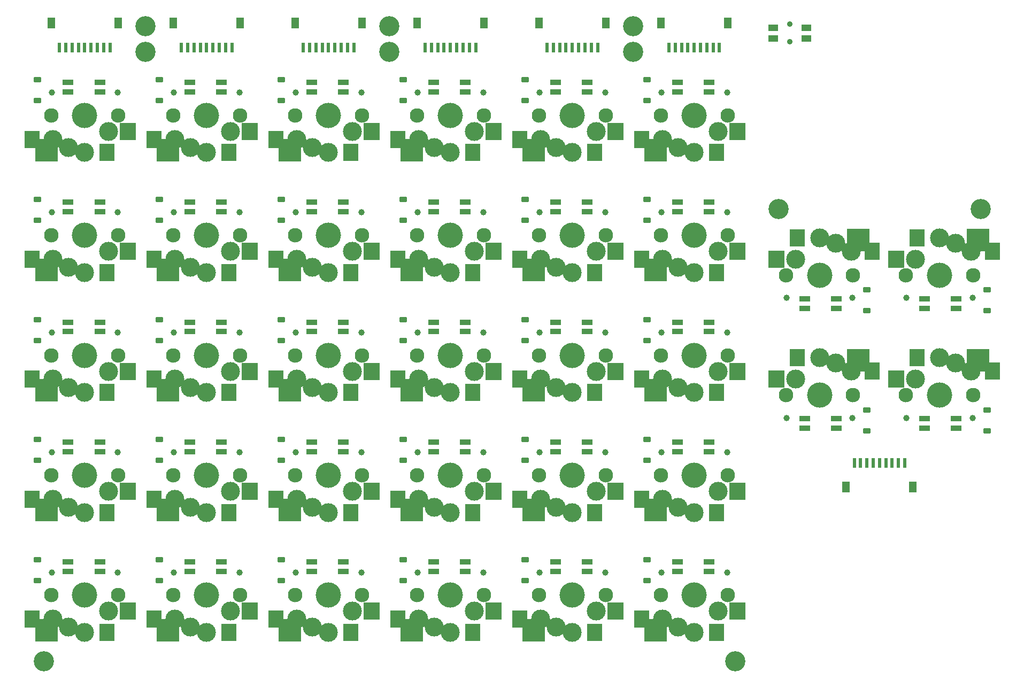
<source format=gbs>
G04 #@! TF.GenerationSoftware,KiCad,Pcbnew,7.0.8*
G04 #@! TF.CreationDate,2023-11-08T21:38:18-08:00*
G04 #@! TF.ProjectId,(OLD) Seismos_CoreStencil,284f4c44-2920-4536-9569-736d6f735f43,rev?*
G04 #@! TF.SameCoordinates,Original*
G04 #@! TF.FileFunction,Soldermask,Bot*
G04 #@! TF.FilePolarity,Negative*
%FSLAX46Y46*%
G04 Gerber Fmt 4.6, Leading zero omitted, Abs format (unit mm)*
G04 Created by KiCad (PCBNEW 7.0.8) date 2023-11-08 21:38:18*
%MOMM*%
%LPD*%
G01*
G04 APERTURE LIST*
G04 Aperture macros list*
%AMRoundRect*
0 Rectangle with rounded corners*
0 $1 Rounding radius*
0 $2 $3 $4 $5 $6 $7 $8 $9 X,Y pos of 4 corners*
0 Add a 4 corners polygon primitive as box body*
4,1,4,$2,$3,$4,$5,$6,$7,$8,$9,$2,$3,0*
0 Add four circle primitives for the rounded corners*
1,1,$1+$1,$2,$3*
1,1,$1+$1,$4,$5*
1,1,$1+$1,$6,$7*
1,1,$1+$1,$8,$9*
0 Add four rect primitives between the rounded corners*
20,1,$1+$1,$2,$3,$4,$5,0*
20,1,$1+$1,$4,$5,$6,$7,0*
20,1,$1+$1,$6,$7,$8,$9,0*
20,1,$1+$1,$8,$9,$2,$3,0*%
G04 Aperture macros list end*
%ADD10R,0.600000X1.550000*%
%ADD11R,1.200000X1.800000*%
%ADD12C,3.200000*%
%ADD13RoundRect,0.225000X-0.375000X0.225000X-0.375000X-0.225000X0.375000X-0.225000X0.375000X0.225000X0*%
%ADD14C,2.300000*%
%ADD15C,1.000000*%
%ADD16C,3.000000*%
%ADD17C,4.000000*%
%ADD18R,1.750000X0.812800*%
%ADD19RoundRect,0.063500X1.150000X1.300000X-1.150000X1.300000X-1.150000X-1.300000X1.150000X-1.300000X0*%
%ADD20RoundRect,0.063500X1.750000X1.750000X-1.750000X1.750000X-1.750000X-1.750000X1.750000X-1.750000X0*%
%ADD21RoundRect,0.063500X1.200000X1.300000X-1.200000X1.300000X-1.200000X-1.300000X1.200000X-1.300000X0*%
%ADD22RoundRect,0.225000X0.375000X-0.225000X0.375000X0.225000X-0.375000X0.225000X-0.375000X-0.225000X0*%
%ADD23RoundRect,0.063500X-1.150000X-1.300000X1.150000X-1.300000X1.150000X1.300000X-1.150000X1.300000X0*%
%ADD24RoundRect,0.063500X-1.750000X-1.750000X1.750000X-1.750000X1.750000X1.750000X-1.750000X1.750000X0*%
%ADD25RoundRect,0.063500X-1.200000X-1.300000X1.200000X-1.300000X1.200000X1.300000X-1.200000X1.300000X0*%
%ADD26C,0.900000*%
%ADD27R,1.550000X1.000000*%
G04 APERTURE END LIST*
D10*
X169500000Y-91125000D03*
X168500000Y-91125000D03*
X167500000Y-91125000D03*
X166500000Y-91125000D03*
X165500000Y-91125000D03*
X164500000Y-91125000D03*
X163500000Y-91125000D03*
X162500000Y-91125000D03*
X161500000Y-91125000D03*
D11*
X170800000Y-95000000D03*
X160200000Y-95000000D03*
D10*
X35650000Y-25375000D03*
X36650000Y-25375000D03*
X37650000Y-25375000D03*
X38650000Y-25375000D03*
X39650000Y-25375000D03*
X40650000Y-25375000D03*
X41650000Y-25375000D03*
X42650000Y-25375000D03*
X43650000Y-25375000D03*
D11*
X34350000Y-21500000D03*
X44950000Y-21500000D03*
D10*
X54950000Y-25375000D03*
X55950000Y-25375000D03*
X56950000Y-25375000D03*
X57950000Y-25375000D03*
X58950000Y-25375000D03*
X59950000Y-25375000D03*
X60950000Y-25375000D03*
X61950000Y-25375000D03*
X62950000Y-25375000D03*
D11*
X53650000Y-21500000D03*
X64250000Y-21500000D03*
D10*
X74250000Y-25375000D03*
X75250000Y-25375000D03*
X76250000Y-25375000D03*
X77250000Y-25375000D03*
X78250000Y-25375000D03*
X79250000Y-25375000D03*
X80250000Y-25375000D03*
X81250000Y-25375000D03*
X82250000Y-25375000D03*
D11*
X72950000Y-21500000D03*
X83550000Y-21500000D03*
D10*
X93550000Y-25375000D03*
X94550000Y-25375000D03*
X95550000Y-25375000D03*
X96550000Y-25375000D03*
X97550000Y-25375000D03*
X98550000Y-25375000D03*
X99550000Y-25375000D03*
X100550000Y-25375000D03*
X101550000Y-25375000D03*
D11*
X92250000Y-21500000D03*
X102850000Y-21500000D03*
D10*
X112850000Y-25375000D03*
X113850000Y-25375000D03*
X114850000Y-25375000D03*
X115850000Y-25375000D03*
X116850000Y-25375000D03*
X117850000Y-25375000D03*
X118850000Y-25375000D03*
X119850000Y-25375000D03*
X120850000Y-25375000D03*
D11*
X111550000Y-21500000D03*
X122150000Y-21500000D03*
D10*
X132150000Y-25375000D03*
X133150000Y-25375000D03*
X134150000Y-25375000D03*
X135150000Y-25375000D03*
X136150000Y-25375000D03*
X137150000Y-25375000D03*
X138150000Y-25375000D03*
X139150000Y-25375000D03*
X140150000Y-25375000D03*
D11*
X130850000Y-21500000D03*
X141450000Y-21500000D03*
D12*
X142650000Y-122600000D03*
X33150000Y-122600000D03*
X87900000Y-22000000D03*
X87900000Y-26000000D03*
X49300000Y-26000000D03*
X126500000Y-26000000D03*
X49300000Y-22000000D03*
X181500000Y-50900000D03*
X149500000Y-50900000D03*
X126500000Y-22000000D03*
D13*
X70750000Y-106450000D03*
X70750000Y-109750000D03*
D14*
X44950000Y-36100000D03*
D15*
X44870000Y-32484200D03*
D16*
X43460000Y-38640000D03*
X39650000Y-42000000D03*
D17*
X39650000Y-36100000D03*
D16*
X37110000Y-41180000D03*
X34650000Y-39900000D03*
D15*
X34430000Y-32484200D03*
D14*
X34350000Y-36100000D03*
D18*
X42028000Y-30854900D03*
D19*
X31310000Y-39900000D03*
X43210000Y-42000000D03*
D18*
X36998100Y-30854900D03*
X42028000Y-32353500D03*
X36998100Y-32353500D03*
D20*
X33560000Y-41615000D03*
D21*
X46510000Y-38640000D03*
D13*
X51450000Y-30450000D03*
X51450000Y-33750000D03*
X51450000Y-87450000D03*
X51450000Y-90750000D03*
X128650000Y-87450000D03*
X128650000Y-90750000D03*
X70750000Y-30450000D03*
X70750000Y-33750000D03*
D22*
X182500000Y-86050000D03*
X182500000Y-82750000D03*
D13*
X90050000Y-49450000D03*
X90050000Y-52750000D03*
D14*
X141450000Y-55100000D03*
D15*
X141370000Y-51484200D03*
D16*
X139960000Y-57640000D03*
X136150000Y-61000000D03*
D17*
X136150000Y-55100000D03*
D16*
X133610000Y-60180000D03*
X131150000Y-58900000D03*
D15*
X130930000Y-51484200D03*
D14*
X130850000Y-55100000D03*
D18*
X138528000Y-49854900D03*
D19*
X127810000Y-58900000D03*
X139710000Y-61000000D03*
D18*
X133498100Y-49854900D03*
X138528000Y-51353500D03*
X133498100Y-51353500D03*
D20*
X130060000Y-60615000D03*
D21*
X143010000Y-57640000D03*
D14*
X44950000Y-112100000D03*
D15*
X44870000Y-108484200D03*
D16*
X43460000Y-114640000D03*
X39650000Y-118000000D03*
D17*
X39650000Y-112100000D03*
D16*
X37110000Y-117180000D03*
X34650000Y-115900000D03*
D15*
X34430000Y-108484200D03*
D14*
X34350000Y-112100000D03*
D18*
X42028000Y-106854900D03*
D19*
X31310000Y-115900000D03*
X43210000Y-118000000D03*
D18*
X36998100Y-106854900D03*
X42028000Y-108353500D03*
X36998100Y-108353500D03*
D20*
X33560000Y-117615000D03*
D21*
X46510000Y-114640000D03*
D14*
X83550000Y-74100000D03*
D15*
X83470000Y-70484200D03*
D16*
X82060000Y-76640000D03*
X78250000Y-80000000D03*
D17*
X78250000Y-74100000D03*
D16*
X75710000Y-79180000D03*
X73250000Y-77900000D03*
D15*
X73030000Y-70484200D03*
D14*
X72950000Y-74100000D03*
D18*
X80628000Y-68854900D03*
D19*
X69910000Y-77900000D03*
X81810000Y-80000000D03*
D18*
X75598100Y-68854900D03*
X80628000Y-70353500D03*
X75598100Y-70353500D03*
D20*
X72160000Y-79615000D03*
D21*
X85110000Y-76640000D03*
D14*
X122150000Y-74100000D03*
D15*
X122070000Y-70484200D03*
D16*
X120660000Y-76640000D03*
X116850000Y-80000000D03*
D17*
X116850000Y-74100000D03*
D16*
X114310000Y-79180000D03*
X111850000Y-77900000D03*
D15*
X111630000Y-70484200D03*
D14*
X111550000Y-74100000D03*
D18*
X119228000Y-68854900D03*
D19*
X108510000Y-77900000D03*
X120410000Y-80000000D03*
D18*
X114198100Y-68854900D03*
X119228000Y-70353500D03*
X114198100Y-70353500D03*
D20*
X110760000Y-79615000D03*
D21*
X123710000Y-76640000D03*
D13*
X128650000Y-106450000D03*
X128650000Y-109750000D03*
D14*
X64250000Y-55100000D03*
D15*
X64170000Y-51484200D03*
D16*
X62760000Y-57640000D03*
X58950000Y-61000000D03*
D17*
X58950000Y-55100000D03*
D16*
X56410000Y-60180000D03*
X53950000Y-58900000D03*
D15*
X53730000Y-51484200D03*
D14*
X53650000Y-55100000D03*
D18*
X61328000Y-49854900D03*
D19*
X50610000Y-58900000D03*
X62510000Y-61000000D03*
D18*
X56298100Y-49854900D03*
X61328000Y-51353500D03*
X56298100Y-51353500D03*
D20*
X52860000Y-60615000D03*
D21*
X65810000Y-57640000D03*
D13*
X32150000Y-68450000D03*
X32150000Y-71750000D03*
X51450000Y-49450000D03*
X51450000Y-52750000D03*
X109350000Y-106450000D03*
X109350000Y-109750000D03*
X109350000Y-68450000D03*
X109350000Y-71750000D03*
X32150000Y-49450000D03*
X32150000Y-52750000D03*
D14*
X102850000Y-55100000D03*
D15*
X102770000Y-51484200D03*
D16*
X101360000Y-57640000D03*
X97550000Y-61000000D03*
D17*
X97550000Y-55100000D03*
D16*
X95010000Y-60180000D03*
X92550000Y-58900000D03*
D15*
X92330000Y-51484200D03*
D14*
X92250000Y-55100000D03*
D18*
X99928000Y-49854900D03*
D19*
X89210000Y-58900000D03*
X101110000Y-61000000D03*
D18*
X94898100Y-49854900D03*
X99928000Y-51353500D03*
X94898100Y-51353500D03*
D20*
X91460000Y-60615000D03*
D21*
X104410000Y-57640000D03*
D14*
X102850000Y-112100000D03*
D15*
X102770000Y-108484200D03*
D16*
X101360000Y-114640000D03*
X97550000Y-118000000D03*
D17*
X97550000Y-112100000D03*
D16*
X95010000Y-117180000D03*
X92550000Y-115900000D03*
D15*
X92330000Y-108484200D03*
D14*
X92250000Y-112100000D03*
D18*
X99928000Y-106854900D03*
D19*
X89210000Y-115900000D03*
X101110000Y-118000000D03*
D18*
X94898100Y-106854900D03*
X99928000Y-108353500D03*
X94898100Y-108353500D03*
D20*
X91460000Y-117615000D03*
D21*
X104410000Y-114640000D03*
D13*
X90050000Y-106450000D03*
X90050000Y-109750000D03*
D14*
X83550000Y-36100000D03*
D15*
X83470000Y-32484200D03*
D16*
X82060000Y-38640000D03*
X78250000Y-42000000D03*
D17*
X78250000Y-36100000D03*
D16*
X75710000Y-41180000D03*
X73250000Y-39900000D03*
D15*
X73030000Y-32484200D03*
D14*
X72950000Y-36100000D03*
D18*
X80628000Y-30854900D03*
D19*
X69910000Y-39900000D03*
X81810000Y-42000000D03*
D18*
X75598100Y-30854900D03*
X80628000Y-32353500D03*
X75598100Y-32353500D03*
D20*
X72160000Y-41615000D03*
D21*
X85110000Y-38640000D03*
D13*
X128650000Y-30450000D03*
X128650000Y-33750000D03*
D14*
X64250000Y-36100000D03*
D15*
X64170000Y-32484200D03*
D16*
X62760000Y-38640000D03*
X58950000Y-42000000D03*
D17*
X58950000Y-36100000D03*
D16*
X56410000Y-41180000D03*
X53950000Y-39900000D03*
D15*
X53730000Y-32484200D03*
D14*
X53650000Y-36100000D03*
D18*
X61328000Y-30854900D03*
D19*
X50610000Y-39900000D03*
X62510000Y-42000000D03*
D18*
X56298100Y-30854900D03*
X61328000Y-32353500D03*
X56298100Y-32353500D03*
D20*
X52860000Y-41615000D03*
D21*
X65810000Y-38640000D03*
D14*
X102850000Y-36100000D03*
D15*
X102770000Y-32484200D03*
D16*
X101360000Y-38640000D03*
X97550000Y-42000000D03*
D17*
X97550000Y-36100000D03*
D16*
X95010000Y-41180000D03*
X92550000Y-39900000D03*
D15*
X92330000Y-32484200D03*
D14*
X92250000Y-36100000D03*
D18*
X99928000Y-30854900D03*
D19*
X89210000Y-39900000D03*
X101110000Y-42000000D03*
D18*
X94898100Y-30854900D03*
X99928000Y-32353500D03*
X94898100Y-32353500D03*
D20*
X91460000Y-41615000D03*
D21*
X104410000Y-38640000D03*
D14*
X122150000Y-112100000D03*
D15*
X122070000Y-108484200D03*
D16*
X120660000Y-114640000D03*
X116850000Y-118000000D03*
D17*
X116850000Y-112100000D03*
D16*
X114310000Y-117180000D03*
X111850000Y-115900000D03*
D15*
X111630000Y-108484200D03*
D14*
X111550000Y-112100000D03*
D18*
X119228000Y-106854900D03*
D19*
X108510000Y-115900000D03*
X120410000Y-118000000D03*
D18*
X114198100Y-106854900D03*
X119228000Y-108353500D03*
X114198100Y-108353500D03*
D20*
X110760000Y-117615000D03*
D21*
X123710000Y-114640000D03*
D14*
X150700000Y-61400000D03*
D15*
X150780000Y-65015800D03*
D16*
X152190000Y-58860000D03*
X156000000Y-55500000D03*
D17*
X156000000Y-61400000D03*
D16*
X158540000Y-56320000D03*
X161000000Y-57600000D03*
D15*
X161220000Y-65015800D03*
D14*
X161300000Y-61400000D03*
D18*
X153622000Y-66645100D03*
D23*
X164340000Y-57600000D03*
X152440000Y-55500000D03*
D18*
X158651900Y-66645100D03*
X153622000Y-65146500D03*
X158651900Y-65146500D03*
D24*
X162090000Y-55885000D03*
D25*
X149140000Y-58860000D03*
D14*
X83550000Y-93100000D03*
D15*
X83470000Y-89484200D03*
D16*
X82060000Y-95640000D03*
X78250000Y-99000000D03*
D17*
X78250000Y-93100000D03*
D16*
X75710000Y-98180000D03*
X73250000Y-96900000D03*
D15*
X73030000Y-89484200D03*
D14*
X72950000Y-93100000D03*
D18*
X80628000Y-87854900D03*
D19*
X69910000Y-96900000D03*
X81810000Y-99000000D03*
D18*
X75598100Y-87854900D03*
X80628000Y-89353500D03*
X75598100Y-89353500D03*
D20*
X72160000Y-98615000D03*
D21*
X85110000Y-95640000D03*
D13*
X70750000Y-87450000D03*
X70750000Y-90750000D03*
D14*
X122150000Y-36100000D03*
D15*
X122070000Y-32484200D03*
D16*
X120660000Y-38640000D03*
X116850000Y-42000000D03*
D17*
X116850000Y-36100000D03*
D16*
X114310000Y-41180000D03*
X111850000Y-39900000D03*
D15*
X111630000Y-32484200D03*
D14*
X111550000Y-36100000D03*
D18*
X119228000Y-30854900D03*
D19*
X108510000Y-39900000D03*
X120410000Y-42000000D03*
D18*
X114198100Y-30854900D03*
X119228000Y-32353500D03*
X114198100Y-32353500D03*
D20*
X110760000Y-41615000D03*
D21*
X123710000Y-38640000D03*
D13*
X70750000Y-49450000D03*
X70750000Y-52750000D03*
D14*
X122150000Y-55100000D03*
D15*
X122070000Y-51484200D03*
D16*
X120660000Y-57640000D03*
X116850000Y-61000000D03*
D17*
X116850000Y-55100000D03*
D16*
X114310000Y-60180000D03*
X111850000Y-58900000D03*
D15*
X111630000Y-51484200D03*
D14*
X111550000Y-55100000D03*
D18*
X119228000Y-49854900D03*
D19*
X108510000Y-58900000D03*
X120410000Y-61000000D03*
D18*
X114198100Y-49854900D03*
X119228000Y-51353500D03*
X114198100Y-51353500D03*
D20*
X110760000Y-60615000D03*
D21*
X123710000Y-57640000D03*
D13*
X32150000Y-87450000D03*
X32150000Y-90750000D03*
D14*
X122150000Y-93100000D03*
D15*
X122070000Y-89484200D03*
D16*
X120660000Y-95640000D03*
X116850000Y-99000000D03*
D17*
X116850000Y-93100000D03*
D16*
X114310000Y-98180000D03*
X111850000Y-96900000D03*
D15*
X111630000Y-89484200D03*
D14*
X111550000Y-93100000D03*
D18*
X119228000Y-87854900D03*
D19*
X108510000Y-96900000D03*
X120410000Y-99000000D03*
D18*
X114198100Y-87854900D03*
X119228000Y-89353500D03*
X114198100Y-89353500D03*
D20*
X110760000Y-98615000D03*
D21*
X123710000Y-95640000D03*
D14*
X64250000Y-93100000D03*
D15*
X64170000Y-89484200D03*
D16*
X62760000Y-95640000D03*
X58950000Y-99000000D03*
D17*
X58950000Y-93100000D03*
D16*
X56410000Y-98180000D03*
X53950000Y-96900000D03*
D15*
X53730000Y-89484200D03*
D14*
X53650000Y-93100000D03*
D18*
X61328000Y-87854900D03*
D19*
X50610000Y-96900000D03*
X62510000Y-99000000D03*
D18*
X56298100Y-87854900D03*
X61328000Y-89353500D03*
X56298100Y-89353500D03*
D20*
X52860000Y-98615000D03*
D21*
X65810000Y-95640000D03*
D13*
X90050000Y-30450000D03*
X90050000Y-33750000D03*
D26*
X151287500Y-24449500D03*
X151287500Y-21649500D03*
D27*
X153887500Y-23899500D03*
X153887500Y-22199500D03*
X148687500Y-23899500D03*
X148687500Y-22199500D03*
D13*
X51450000Y-68450000D03*
X51450000Y-71750000D03*
D14*
X150700000Y-80400000D03*
D15*
X150780000Y-84015800D03*
D16*
X152190000Y-77860000D03*
X156000000Y-74500000D03*
D17*
X156000000Y-80400000D03*
D16*
X158540000Y-75320000D03*
X161000000Y-76600000D03*
D15*
X161220000Y-84015800D03*
D14*
X161300000Y-80400000D03*
D18*
X153622000Y-85645100D03*
D23*
X164340000Y-76600000D03*
X152440000Y-74500000D03*
D18*
X158651900Y-85645100D03*
X153622000Y-84146500D03*
X158651900Y-84146500D03*
D24*
X162090000Y-74885000D03*
D25*
X149140000Y-77860000D03*
D22*
X163500000Y-86050000D03*
X163500000Y-82750000D03*
D14*
X102850000Y-74100000D03*
D15*
X102770000Y-70484200D03*
D16*
X101360000Y-76640000D03*
X97550000Y-80000000D03*
D17*
X97550000Y-74100000D03*
D16*
X95010000Y-79180000D03*
X92550000Y-77900000D03*
D15*
X92330000Y-70484200D03*
D14*
X92250000Y-74100000D03*
D18*
X99928000Y-68854900D03*
D19*
X89210000Y-77900000D03*
X101110000Y-80000000D03*
D18*
X94898100Y-68854900D03*
X99928000Y-70353500D03*
X94898100Y-70353500D03*
D20*
X91460000Y-79615000D03*
D21*
X104410000Y-76640000D03*
D14*
X44950000Y-93100000D03*
D15*
X44870000Y-89484200D03*
D16*
X43460000Y-95640000D03*
X39650000Y-99000000D03*
D17*
X39650000Y-93100000D03*
D16*
X37110000Y-98180000D03*
X34650000Y-96900000D03*
D15*
X34430000Y-89484200D03*
D14*
X34350000Y-93100000D03*
D18*
X42028000Y-87854900D03*
D19*
X31310000Y-96900000D03*
X43210000Y-99000000D03*
D18*
X36998100Y-87854900D03*
X42028000Y-89353500D03*
X36998100Y-89353500D03*
D20*
X33560000Y-98615000D03*
D21*
X46510000Y-95640000D03*
D14*
X102850000Y-93100000D03*
D15*
X102770000Y-89484200D03*
D16*
X101360000Y-95640000D03*
X97550000Y-99000000D03*
D17*
X97550000Y-93100000D03*
D16*
X95010000Y-98180000D03*
X92550000Y-96900000D03*
D15*
X92330000Y-89484200D03*
D14*
X92250000Y-93100000D03*
D18*
X99928000Y-87854900D03*
D19*
X89210000Y-96900000D03*
X101110000Y-99000000D03*
D18*
X94898100Y-87854900D03*
X99928000Y-89353500D03*
X94898100Y-89353500D03*
D20*
X91460000Y-98615000D03*
D21*
X104410000Y-95640000D03*
D13*
X90050000Y-68450000D03*
X90050000Y-71750000D03*
D22*
X163500000Y-67050000D03*
X163500000Y-63750000D03*
D13*
X90050000Y-87450000D03*
X90050000Y-90750000D03*
D14*
X141450000Y-74100000D03*
D15*
X141370000Y-70484200D03*
D16*
X139960000Y-76640000D03*
X136150000Y-80000000D03*
D17*
X136150000Y-74100000D03*
D16*
X133610000Y-79180000D03*
X131150000Y-77900000D03*
D15*
X130930000Y-70484200D03*
D14*
X130850000Y-74100000D03*
D18*
X138528000Y-68854900D03*
D19*
X127810000Y-77900000D03*
X139710000Y-80000000D03*
D18*
X133498100Y-68854900D03*
X138528000Y-70353500D03*
X133498100Y-70353500D03*
D20*
X130060000Y-79615000D03*
D21*
X143010000Y-76640000D03*
D14*
X44950000Y-74100000D03*
D15*
X44870000Y-70484200D03*
D16*
X43460000Y-76640000D03*
X39650000Y-80000000D03*
D17*
X39650000Y-74100000D03*
D16*
X37110000Y-79180000D03*
X34650000Y-77900000D03*
D15*
X34430000Y-70484200D03*
D14*
X34350000Y-74100000D03*
D18*
X42028000Y-68854900D03*
D19*
X31310000Y-77900000D03*
X43210000Y-80000000D03*
D18*
X36998100Y-68854900D03*
X42028000Y-70353500D03*
X36998100Y-70353500D03*
D20*
X33560000Y-79615000D03*
D21*
X46510000Y-76640000D03*
D14*
X44950000Y-55100000D03*
D15*
X44870000Y-51484200D03*
D16*
X43460000Y-57640000D03*
X39650000Y-61000000D03*
D17*
X39650000Y-55100000D03*
D16*
X37110000Y-60180000D03*
X34650000Y-58900000D03*
D15*
X34430000Y-51484200D03*
D14*
X34350000Y-55100000D03*
D18*
X42028000Y-49854900D03*
D19*
X31310000Y-58900000D03*
X43210000Y-61000000D03*
D18*
X36998100Y-49854900D03*
X42028000Y-51353500D03*
X36998100Y-51353500D03*
D20*
X33560000Y-60615000D03*
D21*
X46510000Y-57640000D03*
D14*
X64250000Y-74100000D03*
D15*
X64170000Y-70484200D03*
D16*
X62760000Y-76640000D03*
X58950000Y-80000000D03*
D17*
X58950000Y-74100000D03*
D16*
X56410000Y-79180000D03*
X53950000Y-77900000D03*
D15*
X53730000Y-70484200D03*
D14*
X53650000Y-74100000D03*
D18*
X61328000Y-68854900D03*
D19*
X50610000Y-77900000D03*
X62510000Y-80000000D03*
D18*
X56298100Y-68854900D03*
X61328000Y-70353500D03*
X56298100Y-70353500D03*
D20*
X52860000Y-79615000D03*
D21*
X65810000Y-76640000D03*
D14*
X83550000Y-112100000D03*
D15*
X83470000Y-108484200D03*
D16*
X82060000Y-114640000D03*
X78250000Y-118000000D03*
D17*
X78250000Y-112100000D03*
D16*
X75710000Y-117180000D03*
X73250000Y-115900000D03*
D15*
X73030000Y-108484200D03*
D14*
X72950000Y-112100000D03*
D18*
X80628000Y-106854900D03*
D19*
X69910000Y-115900000D03*
X81810000Y-118000000D03*
D18*
X75598100Y-106854900D03*
X80628000Y-108353500D03*
X75598100Y-108353500D03*
D20*
X72160000Y-117615000D03*
D21*
X85110000Y-114640000D03*
D13*
X32150000Y-30450000D03*
X32150000Y-33750000D03*
X109350000Y-87450000D03*
X109350000Y-90750000D03*
D14*
X141450000Y-36100000D03*
D15*
X141370000Y-32484200D03*
D16*
X139960000Y-38640000D03*
X136150000Y-42000000D03*
D17*
X136150000Y-36100000D03*
D16*
X133610000Y-41180000D03*
X131150000Y-39900000D03*
D15*
X130930000Y-32484200D03*
D14*
X130850000Y-36100000D03*
D18*
X138528000Y-30854900D03*
D19*
X127810000Y-39900000D03*
X139710000Y-42000000D03*
D18*
X133498100Y-30854900D03*
X138528000Y-32353500D03*
X133498100Y-32353500D03*
D20*
X130060000Y-41615000D03*
D21*
X143010000Y-38640000D03*
D14*
X83550000Y-55100000D03*
D15*
X83470000Y-51484200D03*
D16*
X82060000Y-57640000D03*
X78250000Y-61000000D03*
D17*
X78250000Y-55100000D03*
D16*
X75710000Y-60180000D03*
X73250000Y-58900000D03*
D15*
X73030000Y-51484200D03*
D14*
X72950000Y-55100000D03*
D18*
X80628000Y-49854900D03*
D19*
X69910000Y-58900000D03*
X81810000Y-61000000D03*
D18*
X75598100Y-49854900D03*
X80628000Y-51353500D03*
X75598100Y-51353500D03*
D20*
X72160000Y-60615000D03*
D21*
X85110000Y-57640000D03*
D13*
X109350000Y-30450000D03*
X109350000Y-33750000D03*
D14*
X64250000Y-112100000D03*
D15*
X64170000Y-108484200D03*
D16*
X62760000Y-114640000D03*
X58950000Y-118000000D03*
D17*
X58950000Y-112100000D03*
D16*
X56410000Y-117180000D03*
X53950000Y-115900000D03*
D15*
X53730000Y-108484200D03*
D14*
X53650000Y-112100000D03*
D18*
X61328000Y-106854900D03*
D19*
X50610000Y-115900000D03*
X62510000Y-118000000D03*
D18*
X56298100Y-106854900D03*
X61328000Y-108353500D03*
X56298100Y-108353500D03*
D20*
X52860000Y-117615000D03*
D21*
X65810000Y-114640000D03*
D14*
X141450000Y-93100000D03*
D15*
X141370000Y-89484200D03*
D16*
X139960000Y-95640000D03*
X136150000Y-99000000D03*
D17*
X136150000Y-93100000D03*
D16*
X133610000Y-98180000D03*
X131150000Y-96900000D03*
D15*
X130930000Y-89484200D03*
D14*
X130850000Y-93100000D03*
D18*
X138528000Y-87854900D03*
D19*
X127810000Y-96900000D03*
X139710000Y-99000000D03*
D18*
X133498100Y-87854900D03*
X138528000Y-89353500D03*
X133498100Y-89353500D03*
D20*
X130060000Y-98615000D03*
D21*
X143010000Y-95640000D03*
D13*
X128650000Y-49450000D03*
X128650000Y-52750000D03*
D14*
X141450000Y-112100000D03*
D15*
X141370000Y-108484200D03*
D16*
X139960000Y-114640000D03*
X136150000Y-118000000D03*
D17*
X136150000Y-112100000D03*
D16*
X133610000Y-117180000D03*
X131150000Y-115900000D03*
D15*
X130930000Y-108484200D03*
D14*
X130850000Y-112100000D03*
D18*
X138528000Y-106854900D03*
D19*
X127810000Y-115900000D03*
X139710000Y-118000000D03*
D18*
X133498100Y-106854900D03*
X138528000Y-108353500D03*
X133498100Y-108353500D03*
D20*
X130060000Y-117615000D03*
D21*
X143010000Y-114640000D03*
D13*
X51450000Y-106450000D03*
X51450000Y-109750000D03*
D22*
X182500000Y-67050000D03*
X182500000Y-63750000D03*
D14*
X169700000Y-61400000D03*
D15*
X169780000Y-65015800D03*
D16*
X171190000Y-58860000D03*
X175000000Y-55500000D03*
D17*
X175000000Y-61400000D03*
D16*
X177540000Y-56320000D03*
X180000000Y-57600000D03*
D15*
X180220000Y-65015800D03*
D14*
X180300000Y-61400000D03*
D18*
X172622000Y-66645100D03*
D23*
X183340000Y-57600000D03*
X171440000Y-55500000D03*
D18*
X177651900Y-66645100D03*
X172622000Y-65146500D03*
X177651900Y-65146500D03*
D24*
X181090000Y-55885000D03*
D25*
X168140000Y-58860000D03*
D13*
X32150000Y-106450000D03*
X32150000Y-109750000D03*
D14*
X169700000Y-80400000D03*
D15*
X169780000Y-84015800D03*
D16*
X171190000Y-77860000D03*
X175000000Y-74500000D03*
D17*
X175000000Y-80400000D03*
D16*
X177540000Y-75320000D03*
X180000000Y-76600000D03*
D15*
X180220000Y-84015800D03*
D14*
X180300000Y-80400000D03*
D18*
X172622000Y-85645100D03*
D23*
X183340000Y-76600000D03*
X171440000Y-74500000D03*
D18*
X177651900Y-85645100D03*
X172622000Y-84146500D03*
X177651900Y-84146500D03*
D24*
X181090000Y-74885000D03*
D25*
X168140000Y-77860000D03*
D13*
X128650000Y-68450000D03*
X128650000Y-71750000D03*
X70750000Y-68450000D03*
X70750000Y-71750000D03*
X109350000Y-49450000D03*
X109350000Y-52750000D03*
M02*

</source>
